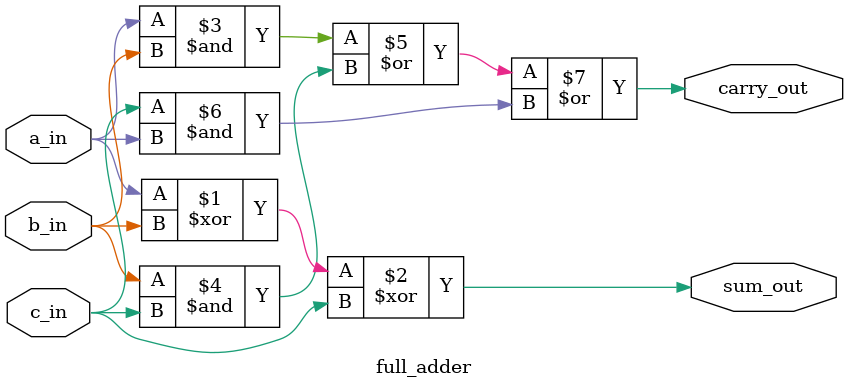
<source format=v>
module full_adder(a_in,b_in,c_in,sum_out,carry_out);
    
	input a_in,b_in,c_in;
	output sum_out,carry_out;
	
   assign sum_out = a_in ^ b_in ^ c_in;
	assign carry_out = (a_in&b_in)|(b_in&c_in)|(c_in&a_in);
    
endmodule

</source>
